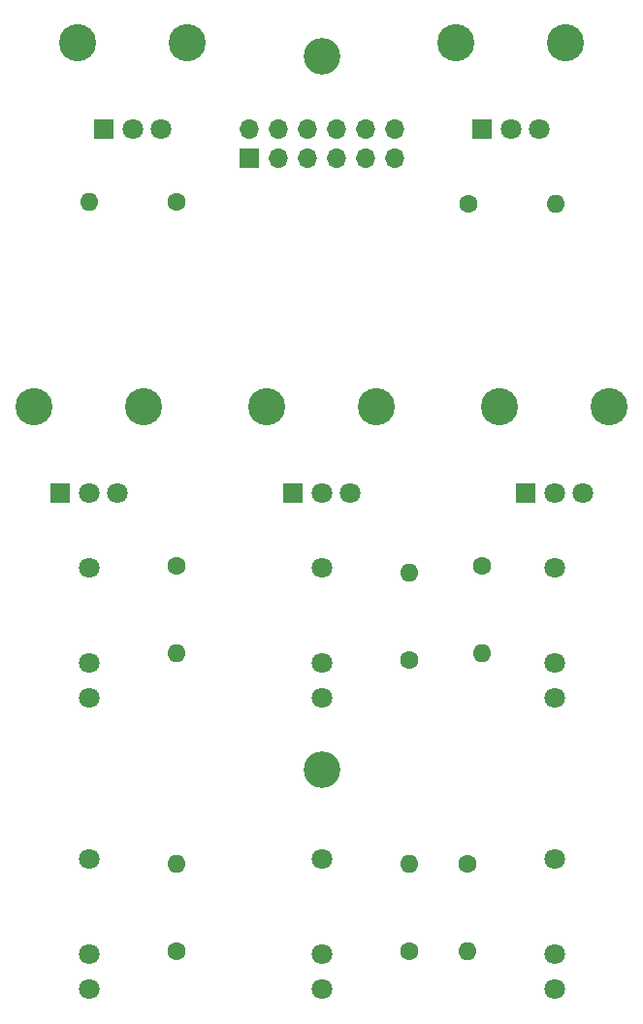
<source format=gbr>
G04 #@! TF.GenerationSoftware,KiCad,Pcbnew,5.1.5-52549c5~84~ubuntu18.04.1*
G04 #@! TF.CreationDate,2020-03-17T21:00:59-04:00*
G04 #@! TF.ProjectId,OBG-SVF-panelpcb,4f42472d-5356-4462-9d70-616e656c7063,rev?*
G04 #@! TF.SameCoordinates,Original*
G04 #@! TF.FileFunction,Soldermask,Top*
G04 #@! TF.FilePolarity,Negative*
%FSLAX46Y46*%
G04 Gerber Fmt 4.6, Leading zero omitted, Abs format (unit mm)*
G04 Created by KiCad (PCBNEW 5.1.5-52549c5~84~ubuntu18.04.1) date 2020-03-17 21:00:59*
%MOMM*%
%LPD*%
G04 APERTURE LIST*
%ADD10C,3.200000*%
%ADD11O,1.600000X1.600000*%
%ADD12C,1.600000*%
%ADD13C,1.800000*%
%ADD14O,1.700000X1.700000*%
%ADD15R,1.700000X1.700000*%
%ADD16C,3.240000*%
%ADD17R,1.800000X1.800000*%
G04 APERTURE END LIST*
D10*
X139700000Y-133350000D03*
X139700000Y-71120000D03*
D11*
X160120000Y-84000000D03*
D12*
X152500000Y-84000000D03*
D13*
X139700000Y-115730000D03*
X139700000Y-127130000D03*
X139700000Y-124030000D03*
X119380000Y-115730000D03*
X119380000Y-127130000D03*
X119380000Y-124030000D03*
D14*
X146050000Y-77470000D03*
X146050000Y-80010000D03*
X143510000Y-77470000D03*
X143510000Y-80010000D03*
X140970000Y-77470000D03*
X140970000Y-80010000D03*
X138430000Y-77470000D03*
X138430000Y-80010000D03*
X135890000Y-77470000D03*
X135890000Y-80010000D03*
X133350000Y-77470000D03*
D15*
X133350000Y-80010000D03*
D16*
X155180000Y-101720000D03*
X164780000Y-101720000D03*
D13*
X162480000Y-109220000D03*
X159980000Y-109220000D03*
D17*
X157480000Y-109220000D03*
D16*
X134860000Y-101720000D03*
X144460000Y-101720000D03*
D13*
X142160000Y-109220000D03*
X139660000Y-109220000D03*
D17*
X137160000Y-109220000D03*
D16*
X114540000Y-101720000D03*
X124140000Y-101720000D03*
D13*
X121840000Y-109220000D03*
X119340000Y-109220000D03*
D17*
X116840000Y-109220000D03*
D11*
X147320000Y-116205000D03*
D12*
X147320000Y-123825000D03*
D16*
X151370000Y-69970000D03*
X160970000Y-69970000D03*
D13*
X158670000Y-77470000D03*
X156170000Y-77470000D03*
D17*
X153670000Y-77470000D03*
D16*
X118350000Y-69970000D03*
X127950000Y-69970000D03*
D13*
X125650000Y-77470000D03*
X123150000Y-77470000D03*
D17*
X120650000Y-77470000D03*
D13*
X119380000Y-141130000D03*
X119380000Y-152530000D03*
X119380000Y-149430000D03*
X160020000Y-115730000D03*
X160020000Y-127130000D03*
X160020000Y-124030000D03*
X139700000Y-141130000D03*
X139700000Y-152530000D03*
X139700000Y-149430000D03*
X160020000Y-141130000D03*
X160020000Y-152530000D03*
X160020000Y-149430000D03*
D11*
X127000000Y-141605000D03*
D12*
X127000000Y-149225000D03*
D11*
X147320000Y-141605000D03*
D12*
X147320000Y-149225000D03*
D11*
X152400000Y-149225000D03*
D12*
X152400000Y-141605000D03*
D11*
X127000000Y-123190000D03*
D12*
X127000000Y-115570000D03*
D11*
X153670000Y-123190000D03*
D12*
X153670000Y-115570000D03*
D11*
X119380000Y-83820000D03*
D12*
X127000000Y-83820000D03*
M02*

</source>
